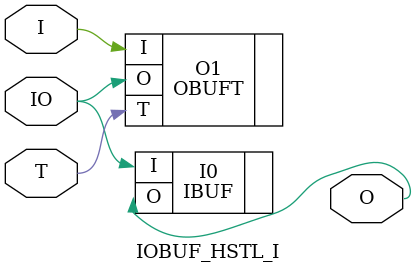
<source format=v>


`timescale  1 ps / 1 ps


module IOBUF_HSTL_I (O, IO, I, T);

    output O;

    inout  IO;

    input  I, T;

        OBUFT #(.IOSTANDARD("HSTL_I") ) O1 (.O(IO), .I(I), .T(T)); 
	IBUF #(.IOSTANDARD("HSTL_I"))  I0 (.O(O), .I(IO));
        

endmodule



</source>
